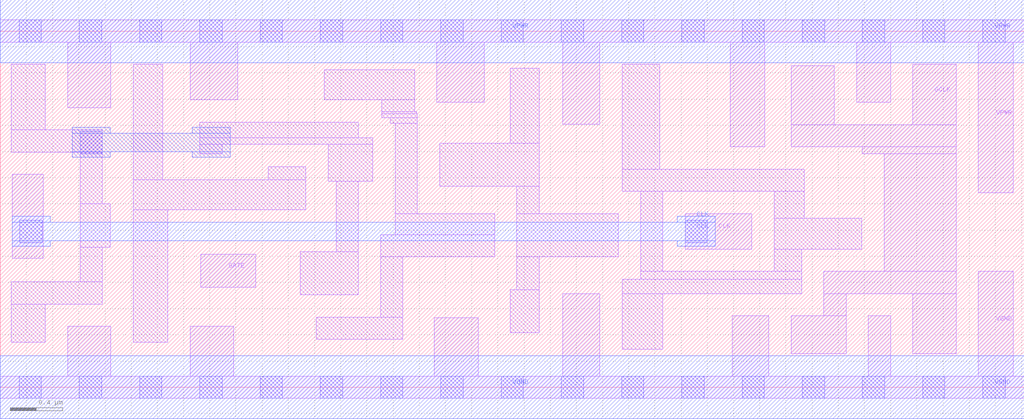
<source format=lef>
# Copyright 2020 The SkyWater PDK Authors
#
# Licensed under the Apache License, Version 2.0 (the "License");
# you may not use this file except in compliance with the License.
# You may obtain a copy of the License at
#
#     https://www.apache.org/licenses/LICENSE-2.0
#
# Unless required by applicable law or agreed to in writing, software
# distributed under the License is distributed on an "AS IS" BASIS,
# WITHOUT WARRANTIES OR CONDITIONS OF ANY KIND, either express or implied.
# See the License for the specific language governing permissions and
# limitations under the License.
#
# SPDX-License-Identifier: Apache-2.0

VERSION 5.7 ;
  NAMESCASESENSITIVE ON ;
  NOWIREEXTENSIONATPIN ON ;
  DIVIDERCHAR "/" ;
  BUSBITCHARS "[]" ;
UNITS
  DATABASE MICRONS 200 ;
END UNITS
MACRO sky130_fd_sc_hd__dlclkp_4
  CLASS CORE ;
  SOURCE USER ;
  FOREIGN sky130_fd_sc_hd__dlclkp_4 ;
  ORIGIN  0.000000  0.000000 ;
  SIZE  7.820000 BY  2.720000 ;
  SYMMETRY X Y R90 ;
  SITE unithd ;
  PIN GATE
    ANTENNAGATEAREA  0.159000 ;
    DIRECTION INPUT ;
    USE SIGNAL ;
    PORT
      LAYER li1 ;
        RECT 1.530000 0.765000 1.950000 1.015000 ;
    END
  END GATE
  PIN GCLK
    ANTENNADIFFAREA  1.039500 ;
    DIRECTION OUTPUT ;
    USE SIGNAL ;
    PORT
      LAYER li1 ;
        RECT 6.040000 0.255000 6.460000 0.545000 ;
        RECT 6.040000 1.835000 7.300000 2.005000 ;
        RECT 6.040000 2.005000 6.370000 2.455000 ;
        RECT 6.290000 0.545000 6.460000 0.715000 ;
        RECT 6.290000 0.715000 7.300000 0.885000 ;
        RECT 6.585000 1.785000 7.300000 1.835000 ;
        RECT 6.750000 0.885000 7.300000 1.785000 ;
        RECT 6.970000 0.255000 7.300000 0.715000 ;
        RECT 6.970000 2.005000 7.300000 2.465000 ;
    END
  END GCLK
  PIN CLK
    ANTENNAGATEAREA  0.406500 ;
    DIRECTION INPUT ;
    USE CLOCK ;
    PORT
      LAYER li1 ;
        RECT 0.090000 0.985000 0.330000 1.625000 ;
        RECT 5.230000 1.055000 5.740000 1.325000 ;
      LAYER mcon ;
        RECT 0.150000 1.105000 0.320000 1.275000 ;
        RECT 5.230000 1.105000 5.400000 1.275000 ;
      LAYER met1 ;
        RECT 0.090000 1.075000 0.380000 1.120000 ;
        RECT 0.090000 1.120000 5.460000 1.260000 ;
        RECT 0.090000 1.260000 0.380000 1.305000 ;
        RECT 5.170000 1.075000 5.460000 1.120000 ;
        RECT 5.170000 1.260000 5.460000 1.305000 ;
    END
  END CLK
  PIN VGND
    DIRECTION INOUT ;
    SHAPE ABUTMENT ;
    USE GROUND ;
    PORT
      LAYER li1 ;
        RECT 0.000000 -0.085000 7.820000 0.085000 ;
        RECT 0.515000  0.085000 0.845000 0.465000 ;
        RECT 1.450000  0.085000 1.785000 0.465000 ;
        RECT 3.315000  0.085000 3.650000 0.530000 ;
        RECT 4.295000  0.085000 4.580000 0.715000 ;
        RECT 5.590000  0.085000 5.870000 0.545000 ;
        RECT 6.630000  0.085000 6.800000 0.545000 ;
        RECT 7.470000  0.085000 7.735000 0.885000 ;
      LAYER mcon ;
        RECT 0.145000 -0.085000 0.315000 0.085000 ;
        RECT 0.605000 -0.085000 0.775000 0.085000 ;
        RECT 1.065000 -0.085000 1.235000 0.085000 ;
        RECT 1.525000 -0.085000 1.695000 0.085000 ;
        RECT 1.985000 -0.085000 2.155000 0.085000 ;
        RECT 2.445000 -0.085000 2.615000 0.085000 ;
        RECT 2.905000 -0.085000 3.075000 0.085000 ;
        RECT 3.365000 -0.085000 3.535000 0.085000 ;
        RECT 3.825000 -0.085000 3.995000 0.085000 ;
        RECT 4.285000 -0.085000 4.455000 0.085000 ;
        RECT 4.745000 -0.085000 4.915000 0.085000 ;
        RECT 5.205000 -0.085000 5.375000 0.085000 ;
        RECT 5.665000 -0.085000 5.835000 0.085000 ;
        RECT 6.125000 -0.085000 6.295000 0.085000 ;
        RECT 6.585000 -0.085000 6.755000 0.085000 ;
        RECT 7.045000 -0.085000 7.215000 0.085000 ;
        RECT 7.505000 -0.085000 7.675000 0.085000 ;
      LAYER met1 ;
        RECT 0.000000 -0.240000 7.820000 0.240000 ;
    END
  END VGND
  PIN VPWR
    DIRECTION INOUT ;
    SHAPE ABUTMENT ;
    USE POWER ;
    PORT
      LAYER li1 ;
        RECT 0.000000 2.635000 7.820000 2.805000 ;
        RECT 0.515000 2.135000 0.845000 2.635000 ;
        RECT 1.450000 2.195000 1.815000 2.635000 ;
        RECT 3.335000 2.175000 3.695000 2.635000 ;
        RECT 4.295000 2.010000 4.580000 2.635000 ;
        RECT 5.575000 1.835000 5.840000 2.635000 ;
        RECT 6.540000 2.175000 6.800000 2.635000 ;
        RECT 7.470000 1.485000 7.735000 2.635000 ;
      LAYER mcon ;
        RECT 0.145000 2.635000 0.315000 2.805000 ;
        RECT 0.605000 2.635000 0.775000 2.805000 ;
        RECT 1.065000 2.635000 1.235000 2.805000 ;
        RECT 1.525000 2.635000 1.695000 2.805000 ;
        RECT 1.985000 2.635000 2.155000 2.805000 ;
        RECT 2.445000 2.635000 2.615000 2.805000 ;
        RECT 2.905000 2.635000 3.075000 2.805000 ;
        RECT 3.365000 2.635000 3.535000 2.805000 ;
        RECT 3.825000 2.635000 3.995000 2.805000 ;
        RECT 4.285000 2.635000 4.455000 2.805000 ;
        RECT 4.745000 2.635000 4.915000 2.805000 ;
        RECT 5.205000 2.635000 5.375000 2.805000 ;
        RECT 5.665000 2.635000 5.835000 2.805000 ;
        RECT 6.125000 2.635000 6.295000 2.805000 ;
        RECT 6.585000 2.635000 6.755000 2.805000 ;
        RECT 7.045000 2.635000 7.215000 2.805000 ;
        RECT 7.505000 2.635000 7.675000 2.805000 ;
      LAYER met1 ;
        RECT 0.000000 2.480000 7.820000 2.960000 ;
    END
  END VPWR
  OBS
    LAYER li1 ;
      RECT 0.085000 0.345000 0.345000 0.635000 ;
      RECT 0.085000 0.635000 0.780000 0.805000 ;
      RECT 0.085000 1.795000 0.780000 1.965000 ;
      RECT 0.085000 1.965000 0.345000 2.465000 ;
      RECT 0.610000 0.805000 0.780000 1.070000 ;
      RECT 0.610000 1.070000 0.840000 1.400000 ;
      RECT 0.610000 1.400000 0.780000 1.795000 ;
      RECT 1.015000 0.345000 1.280000 1.355000 ;
      RECT 1.015000 1.355000 2.335000 1.585000 ;
      RECT 1.015000 1.585000 1.240000 2.465000 ;
      RECT 1.525000 1.785000 1.695000 1.855000 ;
      RECT 1.525000 1.855000 2.845000 1.905000 ;
      RECT 1.525000 1.905000 2.735000 2.025000 ;
      RECT 2.045000 1.585000 2.335000 1.685000 ;
      RECT 2.290000 0.705000 2.735000 1.035000 ;
      RECT 2.415000 0.365000 3.075000 0.535000 ;
      RECT 2.475000 2.195000 3.165000 2.425000 ;
      RECT 2.505000 1.575000 2.845000 1.855000 ;
      RECT 2.565000 1.035000 2.735000 1.575000 ;
      RECT 2.905000 0.535000 3.075000 0.995000 ;
      RECT 2.905000 0.995000 3.775000 1.165000 ;
      RECT 2.915000 2.060000 3.185000 2.090000 ;
      RECT 2.915000 2.090000 3.180000 2.105000 ;
      RECT 2.915000 2.105000 3.165000 2.195000 ;
      RECT 2.980000 2.015000 3.185000 2.060000 ;
      RECT 3.015000 1.165000 3.775000 1.325000 ;
      RECT 3.015000 1.325000 3.185000 2.015000 ;
      RECT 3.355000 1.535000 4.115000 1.865000 ;
      RECT 3.895000 0.415000 4.115000 0.745000 ;
      RECT 3.895000 1.865000 4.115000 2.435000 ;
      RECT 3.945000 0.745000 4.115000 0.995000 ;
      RECT 3.945000 0.995000 4.720000 1.325000 ;
      RECT 3.945000 1.325000 4.115000 1.535000 ;
      RECT 4.750000 0.290000 5.060000 0.715000 ;
      RECT 4.750000 0.715000 6.120000 0.825000 ;
      RECT 4.750000 1.495000 6.140000 1.665000 ;
      RECT 4.750000 1.665000 5.035000 2.465000 ;
      RECT 4.890000 0.825000 6.120000 0.885000 ;
      RECT 4.890000 0.885000 5.060000 1.495000 ;
      RECT 5.910000 0.885000 6.120000 1.055000 ;
      RECT 5.910000 1.055000 6.580000 1.290000 ;
      RECT 5.910000 1.290000 6.140000 1.495000 ;
    LAYER mcon ;
      RECT 0.610000 1.785000 0.780000 1.955000 ;
    LAYER met1 ;
      RECT 0.550000 1.755000 0.840000 1.800000 ;
      RECT 0.550000 1.800000 1.755000 1.940000 ;
      RECT 0.550000 1.940000 0.840000 1.985000 ;
      RECT 1.465000 1.755000 1.755000 1.800000 ;
      RECT 1.465000 1.940000 1.755000 1.985000 ;
  END
END sky130_fd_sc_hd__dlclkp_4
END LIBRARY

</source>
